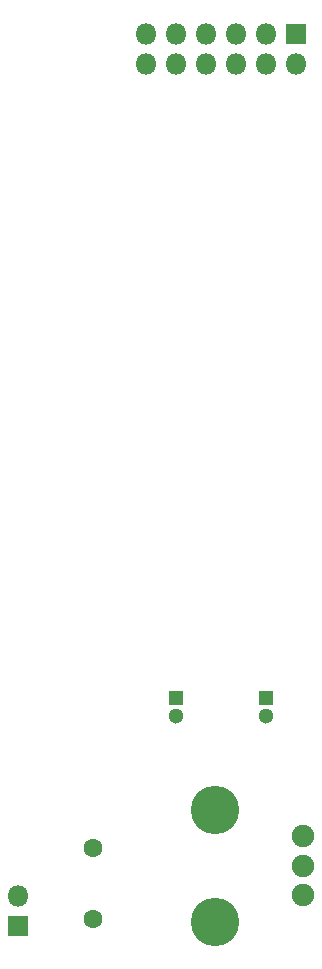
<source format=gbr>
%TF.GenerationSoftware,KiCad,Pcbnew,(5.1.5)-3*%
%TF.CreationDate,2020-11-01T10:27:24+01:00*%
%TF.ProjectId,PmodDAC,506d6f64-4441-4432-9e6b-696361645f70,v0.2*%
%TF.SameCoordinates,Original*%
%TF.FileFunction,Soldermask,Bot*%
%TF.FilePolarity,Negative*%
%FSLAX46Y46*%
G04 Gerber Fmt 4.6, Leading zero omitted, Abs format (unit mm)*
G04 Created by KiCad (PCBNEW (5.1.5)-3) date 2020-11-01 10:27:24*
%MOMM*%
%LPD*%
G04 APERTURE LIST*
%ADD10C,1.300000*%
%ADD11R,1.300000X1.300000*%
%ADD12C,4.100000*%
%ADD13C,1.900000*%
%ADD14C,1.600000*%
%ADD15O,1.800000X1.800000*%
%ADD16R,1.800000X1.800000*%
G04 APERTURE END LIST*
D10*
%TO.C,C16*%
X-111760000Y-79375000D03*
D11*
X-111760000Y-77875000D03*
%TD*%
D12*
%TO.C,R40*%
X-116085000Y-87285000D03*
X-116085000Y-96785000D03*
D13*
X-108585000Y-89535000D03*
X-108585000Y-92035000D03*
X-108585000Y-94535000D03*
%TD*%
D14*
%TO.C,J4*%
X-126365000Y-90520000D03*
X-126365000Y-96520000D03*
%TD*%
D10*
%TO.C,C33*%
X-119380000Y-79375000D03*
D11*
X-119380000Y-77875000D03*
%TD*%
D15*
%TO.C,J3*%
X-121920000Y-24130000D03*
X-121920000Y-21590000D03*
X-119380000Y-24130000D03*
X-119380000Y-21590000D03*
X-116840000Y-24130000D03*
X-116840000Y-21590000D03*
X-114300000Y-24130000D03*
X-114300000Y-21590000D03*
X-111760000Y-24130000D03*
X-111760000Y-21590000D03*
X-109220000Y-24130000D03*
D16*
X-109220000Y-21590000D03*
%TD*%
D15*
%TO.C,J1*%
X-132715000Y-94615000D03*
D16*
X-132715000Y-97155000D03*
%TD*%
M02*

</source>
